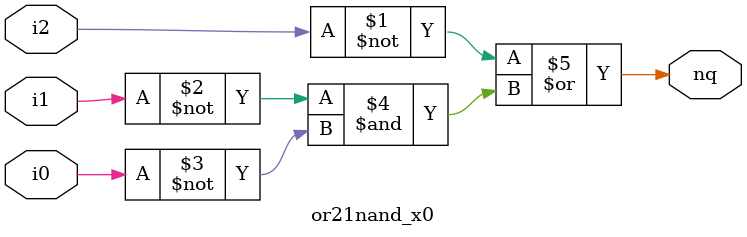
<source format=v>
/*                                                                      */
/*  Avertec Release v3.4p5 (64 bits on Linux 6.7.12+bpo-amd64)          */
/*  [AVT_only] host: fsdev                                              */
/*  [AVT_only] arch: x86_64                                             */
/*  [AVT_only] path: /opt/tasyag-3.4p5/bin/avt_shell                    */
/*  argv:                                                               */
/*                                                                      */
/*  User: verhaegs                                                      */
/*  Generation date Tue Sep 24 13:35:35 2024                            */
/*                                                                      */
/*  Verilog data flow description generated from `or21nand_x0`          */
/*                                                                      */


`timescale 1 ps/1 ps

module or21nand_x0 (nq, i0, i1, i2);

  output nq;
  input  i0;
  input  i1;
  input  i2;


  assign nq = (~(i2) | (~(i1) & ~(i0)));

endmodule

</source>
